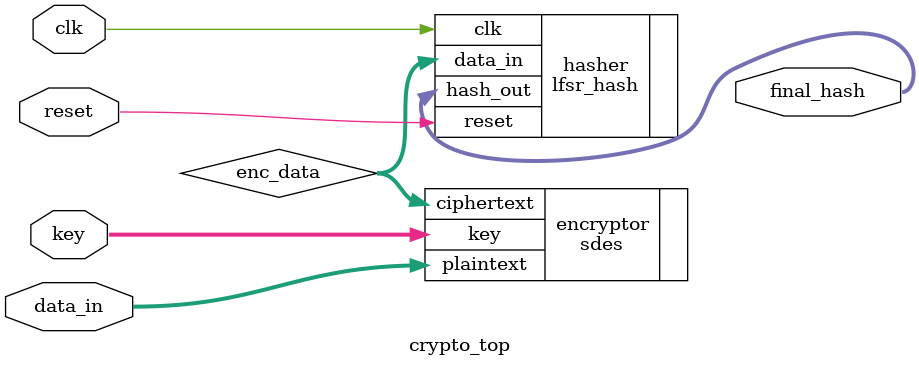
<source format=v>
module crypto_top (
    input clk,
    input reset,
    input [7:0] data_in,
    input [9:0] key,
    output [31:0] final_hash
);
    wire [7:0] enc_data;

    sdes encryptor (.plaintext(data_in), .key(key), .ciphertext(enc_data));
    lfsr_hash hasher (.clk(clk), .reset(reset), .data_in(enc_data), .hash_out(final_hash));
endmodule

</source>
